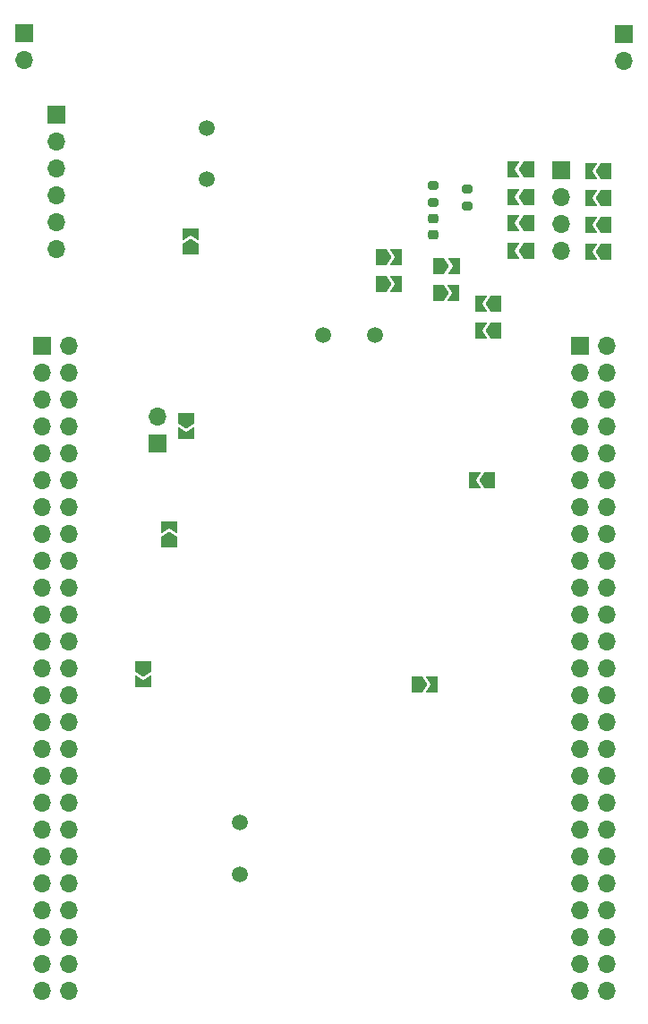
<source format=gbr>
%TF.GenerationSoftware,KiCad,Pcbnew,7.0.1*%
%TF.CreationDate,2023-09-29T14:49:09+07:00*%
%TF.ProjectId,STM32F407xxx,53544d33-3246-4343-9037-7878782e6b69,rev?*%
%TF.SameCoordinates,Original*%
%TF.FileFunction,Soldermask,Bot*%
%TF.FilePolarity,Negative*%
%FSLAX46Y46*%
G04 Gerber Fmt 4.6, Leading zero omitted, Abs format (unit mm)*
G04 Created by KiCad (PCBNEW 7.0.1) date 2023-09-29 14:49:09*
%MOMM*%
%LPD*%
G01*
G04 APERTURE LIST*
G04 Aperture macros list*
%AMRoundRect*
0 Rectangle with rounded corners*
0 $1 Rounding radius*
0 $2 $3 $4 $5 $6 $7 $8 $9 X,Y pos of 4 corners*
0 Add a 4 corners polygon primitive as box body*
4,1,4,$2,$3,$4,$5,$6,$7,$8,$9,$2,$3,0*
0 Add four circle primitives for the rounded corners*
1,1,$1+$1,$2,$3*
1,1,$1+$1,$4,$5*
1,1,$1+$1,$6,$7*
1,1,$1+$1,$8,$9*
0 Add four rect primitives between the rounded corners*
20,1,$1+$1,$2,$3,$4,$5,0*
20,1,$1+$1,$4,$5,$6,$7,0*
20,1,$1+$1,$6,$7,$8,$9,0*
20,1,$1+$1,$8,$9,$2,$3,0*%
%AMFreePoly0*
4,1,6,1.000000,0.000000,0.500000,-0.750000,-0.500000,-0.750000,-0.500000,0.750000,0.500000,0.750000,1.000000,0.000000,1.000000,0.000000,$1*%
%AMFreePoly1*
4,1,6,0.500000,-0.750000,-0.650000,-0.750000,-0.150000,0.000000,-0.650000,0.750000,0.500000,0.750000,0.500000,-0.750000,0.500000,-0.750000,$1*%
G04 Aperture macros list end*
%ADD10C,1.500000*%
%ADD11R,1.700000X1.700000*%
%ADD12O,1.700000X1.700000*%
%ADD13FreePoly0,180.000000*%
%ADD14FreePoly1,180.000000*%
%ADD15FreePoly0,270.000000*%
%ADD16FreePoly1,270.000000*%
%ADD17RoundRect,0.225000X0.250000X-0.225000X0.250000X0.225000X-0.250000X0.225000X-0.250000X-0.225000X0*%
%ADD18FreePoly0,0.000000*%
%ADD19FreePoly1,0.000000*%
%ADD20RoundRect,0.200000X-0.275000X0.200000X-0.275000X-0.200000X0.275000X-0.200000X0.275000X0.200000X0*%
%ADD21FreePoly0,90.000000*%
%ADD22FreePoly1,90.000000*%
%ADD23RoundRect,0.200000X0.275000X-0.200000X0.275000X0.200000X-0.275000X0.200000X-0.275000X-0.200000X0*%
G04 APERTURE END LIST*
D10*
%TO.C,Y1*%
X135800000Y-52000000D03*
X135800000Y-56880000D03*
%TD*%
D11*
%TO.C,J4*%
X131100000Y-81850000D03*
D12*
X131100000Y-79310000D03*
%TD*%
D11*
%TO.C,P1*%
X120210000Y-72590000D03*
D12*
X122750000Y-72590000D03*
X120210000Y-75130000D03*
X122750000Y-75130000D03*
X120210000Y-77670000D03*
X122750000Y-77670000D03*
X120210000Y-80210000D03*
X122750000Y-80210000D03*
X120210000Y-82750000D03*
X122750000Y-82750000D03*
X120210000Y-85290000D03*
X122750000Y-85290000D03*
X120210000Y-87830000D03*
X122750000Y-87830000D03*
X120210000Y-90370000D03*
X122750000Y-90370000D03*
X120210000Y-92910000D03*
X122750000Y-92910000D03*
X120210000Y-95450000D03*
X122750000Y-95450000D03*
X120210000Y-97990000D03*
X122750000Y-97990000D03*
X120210000Y-100530000D03*
X122750000Y-100530000D03*
X120210000Y-103070000D03*
X122750000Y-103070000D03*
X120210000Y-105610000D03*
X122750000Y-105610000D03*
X120210000Y-108150000D03*
X122750000Y-108150000D03*
X120210000Y-110690000D03*
X122750000Y-110690000D03*
X120210000Y-113230000D03*
X122750000Y-113230000D03*
X120210000Y-115770000D03*
X122750000Y-115770000D03*
X120210000Y-118310000D03*
X122750000Y-118310000D03*
X120210000Y-120850000D03*
X122750000Y-120850000D03*
X120210000Y-123390000D03*
X122750000Y-123390000D03*
X120210000Y-125930000D03*
X122750000Y-125930000D03*
X120210000Y-128470000D03*
X122750000Y-128470000D03*
X120210000Y-131010000D03*
X122750000Y-131010000D03*
X120210000Y-133550000D03*
X122750000Y-133550000D03*
%TD*%
D11*
%TO.C,J3*%
X169275000Y-56000000D03*
D12*
X169275000Y-58540000D03*
X169275000Y-61080000D03*
X169275000Y-63620000D03*
%TD*%
D11*
%TO.C,P2*%
X171060000Y-72590000D03*
D12*
X173600000Y-72590000D03*
X171060000Y-75130000D03*
X173600000Y-75130000D03*
X171060000Y-77670000D03*
X173600000Y-77670000D03*
X171060000Y-80210000D03*
X173600000Y-80210000D03*
X171060000Y-82750000D03*
X173600000Y-82750000D03*
X171060000Y-85290000D03*
X173600000Y-85290000D03*
X171060000Y-87830000D03*
X173600000Y-87830000D03*
X171060000Y-90370000D03*
X173600000Y-90370000D03*
X171060000Y-92910000D03*
X173600000Y-92910000D03*
X171060000Y-95450000D03*
X173600000Y-95450000D03*
X171060000Y-97990000D03*
X173600000Y-97990000D03*
X171060000Y-100530000D03*
X173600000Y-100530000D03*
X171060000Y-103070000D03*
X173600000Y-103070000D03*
X171060000Y-105610000D03*
X173600000Y-105610000D03*
X171060000Y-108150000D03*
X173600000Y-108150000D03*
X171060000Y-110690000D03*
X173600000Y-110690000D03*
X171060000Y-113230000D03*
X173600000Y-113230000D03*
X171060000Y-115770000D03*
X173600000Y-115770000D03*
X171060000Y-118310000D03*
X173600000Y-118310000D03*
X171060000Y-120850000D03*
X173600000Y-120850000D03*
X171060000Y-123390000D03*
X173600000Y-123390000D03*
X171060000Y-125930000D03*
X173600000Y-125930000D03*
X171060000Y-128470000D03*
X173600000Y-128470000D03*
X171060000Y-131010000D03*
X173600000Y-131010000D03*
X171060000Y-133550000D03*
X173600000Y-133550000D03*
%TD*%
D10*
%TO.C,Y2*%
X138925000Y-117675000D03*
X138925000Y-122555000D03*
%TD*%
%TO.C,Y3*%
X151700000Y-71600000D03*
X146820000Y-71600000D03*
%TD*%
D11*
%TO.C,J7*%
X175260000Y-43175000D03*
D12*
X175260000Y-45715000D03*
%TD*%
D11*
%TO.C,J2*%
X121560000Y-50770000D03*
D12*
X121560000Y-53310000D03*
X121560000Y-55850000D03*
X121560000Y-58390000D03*
X121560000Y-60930000D03*
X121560000Y-63470000D03*
%TD*%
D11*
%TO.C,J6*%
X118540000Y-43055000D03*
D12*
X118540000Y-45595000D03*
%TD*%
D13*
%TO.C,SB7*%
X173550000Y-61225000D03*
D14*
X172100000Y-61225000D03*
%TD*%
D15*
%TO.C,SB20*%
X129775000Y-102950000D03*
D16*
X129775000Y-104400000D03*
%TD*%
D17*
%TO.C,C17*%
X157200000Y-62125000D03*
X157200000Y-60575000D03*
%TD*%
D13*
%TO.C,SB9*%
X173550000Y-63750000D03*
D14*
X172100000Y-63750000D03*
%TD*%
D18*
%TO.C,SB11*%
X152275000Y-66800000D03*
D19*
X153725000Y-66800000D03*
%TD*%
D20*
%TO.C,R10*%
X157200000Y-57450000D03*
X157200000Y-59100000D03*
%TD*%
D13*
%TO.C,SB8*%
X166225000Y-63600000D03*
D14*
X164775000Y-63600000D03*
%TD*%
D21*
%TO.C,SB10*%
X134290000Y-63475000D03*
D22*
X134290000Y-62025000D03*
%TD*%
D18*
%TO.C,SB16*%
X157725000Y-67600000D03*
D19*
X159175000Y-67600000D03*
%TD*%
D15*
%TO.C,SB17*%
X133800000Y-79475000D03*
D16*
X133800000Y-80925000D03*
%TD*%
D13*
%TO.C,SB18*%
X162550000Y-85325000D03*
D14*
X161100000Y-85325000D03*
%TD*%
D13*
%TO.C,SB14*%
X163125000Y-68600000D03*
D14*
X161675000Y-68600000D03*
%TD*%
D23*
%TO.C,R14*%
X160400000Y-59425000D03*
X160400000Y-57775000D03*
%TD*%
D13*
%TO.C,SB5*%
X173550000Y-58675000D03*
D14*
X172100000Y-58675000D03*
%TD*%
D13*
%TO.C,SB6*%
X166225000Y-61050000D03*
D14*
X164775000Y-61050000D03*
%TD*%
D21*
%TO.C,SB19*%
X132270000Y-91170000D03*
D22*
X132270000Y-89720000D03*
%TD*%
D13*
%TO.C,SB13*%
X163125000Y-71150000D03*
D14*
X161675000Y-71150000D03*
%TD*%
D18*
%TO.C,SB1*%
X155700000Y-104575000D03*
D19*
X157150000Y-104575000D03*
%TD*%
D13*
%TO.C,SB4*%
X166225000Y-58525000D03*
D14*
X164775000Y-58525000D03*
%TD*%
D13*
%TO.C,SB3*%
X173550000Y-56125000D03*
D14*
X172100000Y-56125000D03*
%TD*%
D13*
%TO.C,SB2*%
X166225000Y-55975000D03*
D14*
X164775000Y-55975000D03*
%TD*%
D18*
%TO.C,SB12*%
X152275000Y-64200000D03*
D19*
X153725000Y-64200000D03*
%TD*%
D18*
%TO.C,SB15*%
X157750000Y-65100000D03*
D19*
X159200000Y-65100000D03*
%TD*%
M02*

</source>
